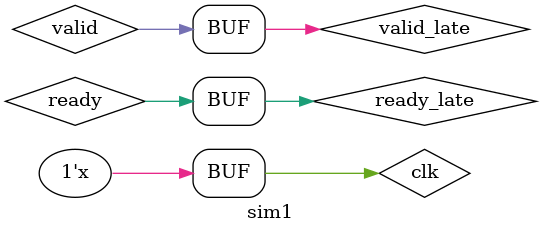
<source format=v>
`timescale 10ns / 100ps


module sim1(

    );
    
    wire  [31:0]data;
    wire  valid;
    wire  ready;
    wire  [31:0]data_show;
    reg rx_valid;
    reg tx_ready;
    reg rx_data_show;
    reg valid_late_reg;
    reg clk;

//    wire data_late;
    wire valid_late;
    wire ready_late;
    initial
    begin
        clk <= 1'd1;
    end
    always@(*)
    begin
        //cycle = 20ns, 50Mhz
        #5 clk <= ~clk;    
    end
   //#1 ~ #5Ã»ÎÊÌâ
   //ÒýÈë×ÜÏßÑÓÊ±
   assign #2 valid_late = valid;
   assign  ready_late = ready;
   always@(posedge clk)
   begin
        valid_late_reg <= valid_late;
   end

    tx tx_inst(
        .clk(clk),
        .data(data),
        .valid(valid),
        .ready(ready_late)
    );
  
    rx2 rx_inst(
        .clk(clk),
        .data(data),
        .valid(valid_late_reg),
        .ready(ready),
        .data_show(data_show)
    );
    
    
endmodule

</source>
